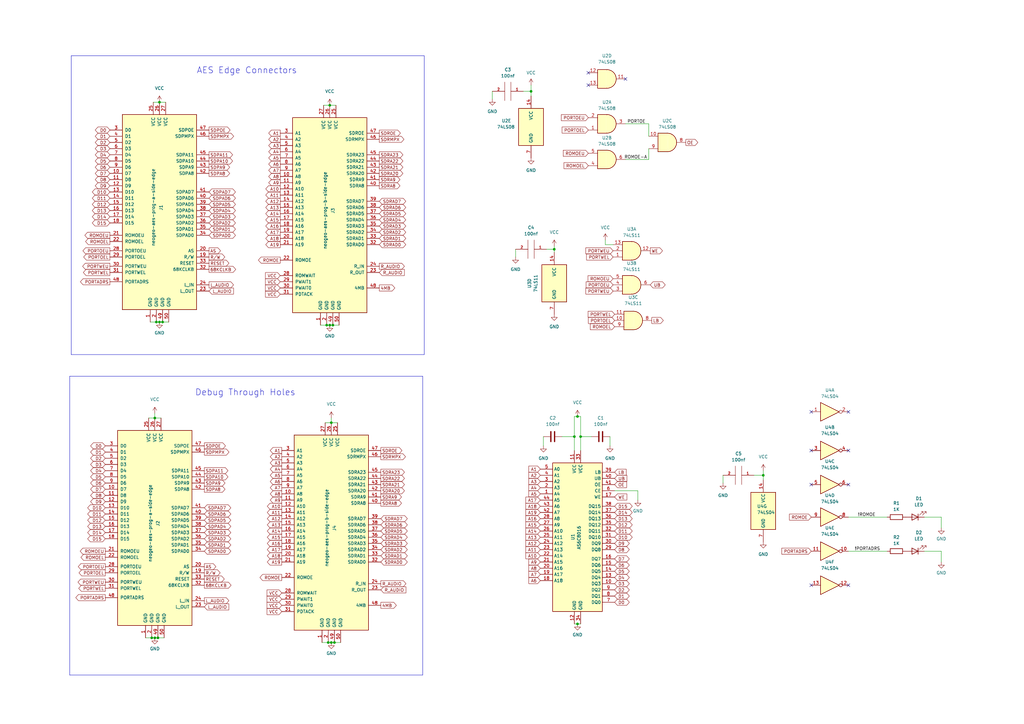
<source format=kicad_sch>
(kicad_sch (version 20211123) (generator eeschema)
  (paper "A3")
  (title_block (title "NeoGeo Diag AES Prog Board") (date "${REV}") (rev "${REV}"))
  (junction (at 136.525 133.35))
  (junction (at 135.255 43.18))
  (junction (at 135.89 173.355))
  (junction (at 135.255 133.35))
  (junction (at 227.33 102.235))
  (junction (at 133.985 133.35))
  (junction (at 236.855 255.905))
  (junction (at 238.125 179.07))
  (junction (at 217.805 37.465))
  (junction (at 63.5 171.45))
  (junction (at 65.405 41.91))
  (junction (at 65.405 132.08))
  (junction (at 134.62 263.525))
  (junction (at 235.585 179.07))
  (junction (at 64.77 261.62))
  (junction (at 63.5 261.62))
  (junction (at 66.675 132.08))
  (junction (at 135.89 263.525))
  (junction (at 64.135 132.08))
  (junction (at 137.16 263.525))
  (junction (at 62.23 261.62))
  (junction (at 236.855 170.815))
  (junction (at 313.055 194.945))
  (no_connect (at 332.74 168.91))
  (no_connect (at 347.98 198.755))
  (no_connect (at 347.98 240.03))
  (no_connect (at 332.74 240.03))
  (no_connect (at 332.74 184.785))
  (no_connect (at 332.74 198.755))
  (no_connect (at 256.54 32.385))
  (no_connect (at 241.3 29.845))
  (no_connect (at 347.98 168.91))
  (no_connect (at 241.3 34.925))
  (no_connect (at 347.98 184.785))
  (wire (pts (xy 62.865 41.91) (xy 65.405 41.91)))
  (wire (pts (xy 137.16 263.525) (xy 139.7 263.525)))
  (wire (pts (xy 238.125 255.905) (xy 236.855 255.905)))
  (polyline (pts (xy 29.21 22.86) (xy 29.21 145.415)) (stroke (width 0) (type solid)))
  (wire (pts (xy 386.08 230.505) (xy 386.08 226.06)))
  (wire (pts (xy 132.715 43.18) (xy 135.255 43.18)))
  (wire (pts (xy 135.255 43.18) (xy 137.795 43.18)))
  (wire (pts (xy 227.33 102.235) (xy 227.33 103.505)))
  (wire (pts (xy 313.055 193.04) (xy 313.055 194.945)))
  (wire (pts (xy 133.35 173.355) (xy 135.89 173.355)))
  (wire (pts (xy 386.08 216.535) (xy 386.08 212.09)))
  (wire (pts (xy 379.095 212.09) (xy 386.08 212.09)))
  (polyline (pts (xy 173.355 276.86) (xy 28.575 276.86)) (stroke (width 0) (type solid)))
  (wire (pts (xy 134.62 263.525) (xy 135.89 263.525)))
  (wire (pts (xy 61.595 132.08) (xy 64.135 132.08)))
  (wire (pts (xy 238.125 179.07) (xy 238.125 184.785)))
  (wire (pts (xy 261.62 201.295) (xy 261.62 205.105)))
  (wire (pts (xy 135.255 133.35) (xy 136.525 133.35)))
  (wire (pts (xy 131.445 133.35) (xy 133.985 133.35)))
  (wire (pts (xy 63.5 261.62) (xy 64.77 261.62)))
  (wire (pts (xy 201.93 37.465) (xy 201.93 40.64)))
  (wire (pts (xy 236.855 170.815) (xy 235.585 170.815)))
  (wire (pts (xy 227.33 100.965) (xy 227.33 102.235)))
  (wire (pts (xy 347.98 226.06) (xy 363.855 226.06)))
  (wire (pts (xy 59.69 261.62) (xy 62.23 261.62)))
  (wire (pts (xy 296.545 194.945) (xy 296.545 198.12)))
  (wire (pts (xy 238.125 179.07) (xy 238.125 170.815)))
  (polyline (pts (xy 173.99 22.86) (xy 173.99 145.415)) (stroke (width 0) (type solid)))
  (wire (pts (xy 256.54 65.405) (xy 266.065 65.405)))
  (wire (pts (xy 63.5 171.45) (xy 66.04 171.45)))
  (wire (pts (xy 250.19 179.07) (xy 250.19 182.88)))
  (polyline (pts (xy 28.575 154.305) (xy 173.355 154.305)) (stroke (width 0) (type solid)))
  (polyline (pts (xy 28.575 154.305) (xy 28.575 276.86)) (stroke (width 0) (type solid)))
  (wire (pts (xy 248.285 100.33) (xy 248.285 98.425)))
  (polyline (pts (xy 173.355 154.305) (xy 173.355 276.86)) (stroke (width 0) (type solid)))
  (wire (pts (xy 133.985 133.35) (xy 135.255 133.35)))
  (wire (pts (xy 222.885 179.07) (xy 222.885 182.88)))
  (wire (pts (xy 251.46 100.33) (xy 248.285 100.33)))
  (wire (pts (xy 211.455 102.235) (xy 211.455 105.41)))
  (wire (pts (xy 132.08 263.525) (xy 134.62 263.525)))
  (wire (pts (xy 235.585 179.07) (xy 230.505 179.07)))
  (wire (pts (xy 379.095 226.06) (xy 386.08 226.06)))
  (wire (pts (xy 238.125 170.815) (xy 236.855 170.815)))
  (wire (pts (xy 347.98 212.09) (xy 363.855 212.09)))
  (wire (pts (xy 236.855 255.905) (xy 235.585 255.905)))
  (wire (pts (xy 266.065 65.405) (xy 266.065 60.96)))
  (wire (pts (xy 136.525 133.35) (xy 139.065 133.35)))
  (polyline (pts (xy 173.99 145.415) (xy 29.21 145.415)) (stroke (width 0) (type solid)))
  (wire (pts (xy 64.77 261.62) (xy 67.31 261.62)))
  (wire (pts (xy 62.23 261.62) (xy 63.5 261.62)))
  (wire (pts (xy 235.585 170.815) (xy 235.585 179.07)))
  (wire (pts (xy 217.805 37.465) (xy 214.63 37.465)))
  (wire (pts (xy 217.805 37.465) (xy 217.805 39.37)))
  (wire (pts (xy 242.57 179.07) (xy 238.125 179.07)))
  (wire (pts (xy 313.055 194.945) (xy 313.055 196.85)))
  (wire (pts (xy 135.89 173.355) (xy 138.43 173.355)))
  (wire (pts (xy 266.065 50.8) (xy 266.065 55.88)))
  (wire (pts (xy 135.89 263.525) (xy 137.16 263.525)))
  (wire (pts (xy 135.89 171.45) (xy 135.89 173.355)))
  (wire (pts (xy 66.675 132.08) (xy 69.215 132.08)))
  (wire (pts (xy 64.135 132.08) (xy 65.405 132.08)))
  (wire (pts (xy 235.585 184.785) (xy 235.585 179.07)))
  (polyline (pts (xy 29.21 22.86) (xy 173.99 22.86)) (stroke (width 0) (type solid)))
  (wire (pts (xy 217.805 34.925) (xy 217.805 37.465)))
  (wire (pts (xy 60.96 171.45) (xy 63.5 171.45)))
  (wire (pts (xy 65.405 132.08) (xy 66.675 132.08)))
  (wire (pts (xy 63.5 169.545) (xy 63.5 171.45)))
  (wire (pts (xy 256.54 50.8) (xy 266.065 50.8)))
  (wire (pts (xy 227.33 102.235) (xy 224.155 102.235)))
  (wire (pts (xy 252.095 201.295) (xy 261.62 201.295)))
  (wire (pts (xy 309.245 194.945) (xy 313.055 194.945)))
  (wire (pts (xy 65.405 41.91) (xy 67.945 41.91)))
  (text "Debug Through Holes" (at 80.01 162.56 0) (effects (font (size 2.54 2.54)) (justify left bottom)))
  (text "AES Edge Connectors" (at 80.645 30.48 0) (effects (font (size 2.54 2.54)) (justify left bottom)))
  (label "ROMOE-A" (at 265.43 65.405 180))
  (label "!ROMOE" (at 351.79 212.09 0))
  (label "!PORTADRS" (at 350.52 226.06 0))
  (label "PORTOE" (at 264.795 50.8 180))
  (global_label "D13" (shape bidirectional) (at 45.085 86.36 180) (property "Intersheet References" "${INTERSHEET_REFS}" (effects hide)))
  (global_label "VCC" (shape input) (at 115.57 248.285 180) (property "Intersheet References" "${INTERSHEET_REFS}" (effects hide)))
  (global_label "AS" (shape output) (at 83.82 232.41 0) (property "Intersheet References" "${INTERSHEET_REFS}" (effects hide)))
  (global_label "SDRAD7" (shape bidirectional) (at 156.21 212.725 0) (property "Intersheet References" "${INTERSHEET_REFS}" (effects hide)))
  (global_label "D4" (shape bidirectional) (at 43.18 193.04 180) (property "Intersheet References" "${INTERSHEET_REFS}" (effects hide)))
  (global_label "SDRA8" (shape output) (at 156.21 206.375 0) (property "Intersheet References" "${INTERSHEET_REFS}" (effects hide)))
  (global_label "PORTADRS" (shape output) (at 45.085 115.57 180) (property "Intersheet References" "${INTERSHEET_REFS}" (effects hide)))
  (global_label "WE" (shape input) (at 252.095 203.835 0) (property "Intersheet References" "${INTERSHEET_REFS}" (effects hide)))
  (global_label "A15" (shape output) (at 114.935 90.17 180) (property "Intersheet References" "${INTERSHEET_REFS}" (effects hide)))
  (global_label "SDPAD7" (shape bidirectional) (at 85.725 78.74 0) (property "Intersheet References" "${INTERSHEET_REFS}" (effects hide)))
  (global_label "SDRAD4" (shape bidirectional) (at 155.575 90.17 0) (property "Intersheet References" "${INTERSHEET_REFS}" (effects hide)))
  (global_label "SDPAD3" (shape bidirectional) (at 83.82 218.44 0) (property "Intersheet References" "${INTERSHEET_REFS}" (effects hide)))
  (global_label "L_AUDIO" (shape output) (at 85.725 116.84 0) (property "Intersheet References" "${INTERSHEET_REFS}" (effects hide)))
  (global_label "PORTWEU" (shape output) (at 43.18 238.76 180) (property "Intersheet References" "${INTERSHEET_REFS}" (effects hide)))
  (global_label "A3" (shape output) (at 115.57 189.865 180) (property "Intersheet References" "${INTERSHEET_REFS}" (effects hide)))
  (global_label "A5" (shape output) (at 115.57 194.945 180) (property "Intersheet References" "${INTERSHEET_REFS}" (effects hide)))
  (global_label "SDRMPX" (shape output) (at 156.21 187.325 0) (property "Intersheet References" "${INTERSHEET_REFS}" (effects hide)))
  (global_label "SDRA9" (shape output) (at 156.21 203.835 0) (property "Intersheet References" "${INTERSHEET_REFS}" (effects hide)))
  (global_label "D5" (shape bidirectional) (at 43.18 195.58 180) (property "Intersheet References" "${INTERSHEET_REFS}" (effects hide)))
  (global_label "A7" (shape output) (at 115.57 200.025 180) (property "Intersheet References" "${INTERSHEET_REFS}" (effects hide)))
  (global_label "A16" (shape output) (at 115.57 222.885 180) (property "Intersheet References" "${INTERSHEET_REFS}" (effects hide)))
  (global_label "PORTADRS" (shape output) (at 43.18 245.11 180) (property "Intersheet References" "${INTERSHEET_REFS}" (effects hide)))
  (global_label "ROMOE" (shape output) (at 115.57 236.855 180) (property "Intersheet References" "${INTERSHEET_REFS}" (effects hide)))
  (global_label "ROMOEU" (shape input) (at 241.3 62.865 180) (property "Intersheet References" "${INTERSHEET_REFS}" (effects hide)))
  (global_label "D3" (shape bidirectional) (at 45.085 60.96 180) (property "Intersheet References" "${INTERSHEET_REFS}" (effects hide)))
  (global_label "R_AUDIO" (shape input) (at 155.575 111.76 0) (property "Intersheet References" "${INTERSHEET_REFS}" (effects hide)))
  (global_label "D14" (shape bidirectional) (at 252.095 210.185 0) (property "Intersheet References" "${INTERSHEET_REFS}" (effects hide)))
  (global_label "SDPA11" (shape output) (at 83.82 193.04 0) (property "Intersheet References" "${INTERSHEET_REFS}" (effects hide)))
  (global_label "SDPOE" (shape output) (at 83.82 182.88 0) (property "Intersheet References" "${INTERSHEET_REFS}" (effects hide)))
  (global_label "VCC" (shape input) (at 114.935 113.03 180) (property "Intersheet References" "${INTERSHEET_REFS}" (effects hide)))
  (global_label "L_AUDIO" (shape input) (at 85.725 119.38 0) (property "Intersheet References" "${INTERSHEET_REFS}" (effects hide)))
  (global_label "RESET" (shape output) (at 83.82 237.49 0) (property "Intersheet References" "${INTERSHEET_REFS}" (effects hide)))
  (global_label "D6" (shape bidirectional) (at 252.095 231.775 0) (property "Intersheet References" "${INTERSHEET_REFS}" (effects hide)))
  (global_label "SDPA8" (shape output) (at 85.725 71.12 0) (property "Intersheet References" "${INTERSHEET_REFS}" (effects hide)))
  (global_label "PORTOEU" (shape output) (at 43.18 232.41 180) (property "Intersheet References" "${INTERSHEET_REFS}" (effects hide)))
  (global_label "A17" (shape input) (at 221.615 205.105 180) (property "Intersheet References" "${INTERSHEET_REFS}" (effects hide)))
  (global_label "D7" (shape bidirectional) (at 45.085 71.12 180) (property "Intersheet References" "${INTERSHEET_REFS}" (effects hide)))
  (global_label "SDRAD6" (shape bidirectional) (at 156.21 215.265 0) (property "Intersheet References" "${INTERSHEET_REFS}" (effects hide)))
  (global_label "A2" (shape output) (at 115.57 187.325 180) (property "Intersheet References" "${INTERSHEET_REFS}" (effects hide)))
  (global_label "SDPAD6" (shape bidirectional) (at 83.82 210.82 0) (property "Intersheet References" "${INTERSHEET_REFS}" (effects hide)))
  (global_label "A12" (shape input) (at 221.615 222.885 180) (property "Intersheet References" "${INTERSHEET_REFS}" (effects hide)))
  (global_label "A6" (shape input) (at 221.615 238.125 180) (property "Intersheet References" "${INTERSHEET_REFS}" (effects hide)))
  (global_label "A19" (shape output) (at 115.57 230.505 180) (property "Intersheet References" "${INTERSHEET_REFS}" (effects hide)))
  (global_label "ROMOEL" (shape output) (at 45.085 99.06 180) (property "Intersheet References" "${INTERSHEET_REFS}" (effects hide)))
  (global_label "4MB" (shape output) (at 155.575 118.11 0) (property "Intersheet References" "${INTERSHEET_REFS}" (effects hide)))
  (global_label "A14" (shape input) (at 221.615 217.805 180) (property "Intersheet References" "${INTERSHEET_REFS}" (effects hide)))
  (global_label "WE" (shape output) (at 266.7 102.87 0) (property "Intersheet References" "${INTERSHEET_REFS}" (effects hide)))
  (global_label "A12" (shape output) (at 115.57 212.725 180) (property "Intersheet References" "${INTERSHEET_REFS}" (effects hide)))
  (global_label "A16" (shape input) (at 221.615 212.725 180) (property "Intersheet References" "${INTERSHEET_REFS}" (effects hide)))
  (global_label "SDRAD4" (shape bidirectional) (at 156.21 220.345 0) (property "Intersheet References" "${INTERSHEET_REFS}" (effects hide)))
  (global_label "A14" (shape output) (at 114.935 87.63 180) (property "Intersheet References" "${INTERSHEET_REFS}" (effects hide)))
  (global_label "D1" (shape bidirectional) (at 43.18 185.42 180) (property "Intersheet References" "${INTERSHEET_REFS}" (effects hide)))
  (global_label "A8" (shape output) (at 114.935 72.39 180) (property "Intersheet References" "${INTERSHEET_REFS}" (effects hide)))
  (global_label "D3" (shape bidirectional) (at 43.18 190.5 180) (property "Intersheet References" "${INTERSHEET_REFS}" (effects hide)))
  (global_label "SDPA11" (shape output) (at 85.725 63.5 0) (property "Intersheet References" "${INTERSHEET_REFS}" (effects hide)))
  (global_label "SDRA22" (shape output) (at 155.575 66.04 0) (property "Intersheet References" "${INTERSHEET_REFS}" (effects hide)))
  (global_label "A10" (shape input) (at 221.615 227.965 180) (property "Intersheet References" "${INTERSHEET_REFS}" (effects hide)))
  (global_label "SDPMPX" (shape output) (at 83.82 185.42 0) (property "Intersheet References" "${INTERSHEET_REFS}" (effects hide)))
  (global_label "SDPA10" (shape output) (at 85.725 66.04 0) (property "Intersheet References" "${INTERSHEET_REFS}" (effects hide)))
  (global_label "SDRAD2" (shape bidirectional) (at 156.21 225.425 0) (property "Intersheet References" "${INTERSHEET_REFS}" (effects hide)))
  (global_label "A15" (shape output) (at 115.57 220.345 180) (property "Intersheet References" "${INTERSHEET_REFS}" (effects hide)))
  (global_label "SDPA10" (shape output) (at 83.82 195.58 0) (property "Intersheet References" "${INTERSHEET_REFS}" (effects hide)))
  (global_label "SDPAD7" (shape bidirectional) (at 83.82 208.28 0) (property "Intersheet References" "${INTERSHEET_REFS}" (effects hide)))
  (global_label "SDRA23" (shape output) (at 155.575 63.5 0) (property "Intersheet References" "${INTERSHEET_REFS}" (effects hide)))
  (global_label "SDRA22" (shape output) (at 156.21 196.215 0) (property "Intersheet References" "${INTERSHEET_REFS}" (effects hide)))
  (global_label "D10" (shape bidirectional) (at 45.085 78.74 180) (property "Intersheet References" "${INTERSHEET_REFS}" (effects hide)))
  (global_label "D1" (shape bidirectional) (at 45.085 55.88 180) (property "Intersheet References" "${INTERSHEET_REFS}" (effects hide)))
  (global_label "OE" (shape output) (at 281.305 58.42 0) (property "Intersheet References" "${INTERSHEET_REFS}" (effects hide)))
  (global_label "68KCLKB" (shape output) (at 83.82 240.03 0) (property "Intersheet References" "${INTERSHEET_REFS}" (effects hide)))
  (global_label "VCC" (shape input) (at 115.57 243.205 180) (property "Intersheet References" "${INTERSHEET_REFS}" (effects hide)))
  (global_label "SDRMPX" (shape output) (at 155.575 57.15 0) (property "Intersheet References" "${INTERSHEET_REFS}" (effects hide)))
  (global_label "SDRAD6" (shape bidirectional) (at 155.575 85.09 0) (property "Intersheet References" "${INTERSHEET_REFS}" (effects hide)))
  (global_label "A13" (shape output) (at 115.57 215.265 180) (property "Intersheet References" "${INTERSHEET_REFS}" (effects hide)))
  (global_label "A9" (shape input) (at 221.615 230.505 180) (property "Intersheet References" "${INTERSHEET_REFS}" (effects hide)))
  (global_label "PORTWEL" (shape output) (at 43.18 241.3 180) (property "Intersheet References" "${INTERSHEET_REFS}" (effects hide)))
  (global_label "ROMOEL" (shape input) (at 252.095 133.985 180) (property "Intersheet References" "${INTERSHEET_REFS}" (effects hide)))
  (global_label "ROMOEL" (shape input) (at 241.3 67.945 180) (property "Intersheet References" "${INTERSHEET_REFS}" (effects hide)))
  (global_label "A19" (shape input) (at 221.615 210.185 180) (property "Intersheet References" "${INTERSHEET_REFS}" (effects hide)))
  (global_label "D2" (shape bidirectional) (at 43.18 187.96 180) (property "Intersheet References" "${INTERSHEET_REFS}" (effects hide)))
  (global_label "A4" (shape output) (at 114.935 62.23 180) (property "Intersheet References" "${INTERSHEET_REFS}" (effects hide)))
  (global_label "OE" (shape input) (at 252.095 198.755 0) (property "Intersheet References" "${INTERSHEET_REFS}" (effects hide)))
  (global_label "A15" (shape input) (at 221.615 215.265 180) (property "Intersheet References" "${INTERSHEET_REFS}" (effects hide)))
  (global_label "A10" (shape output) (at 114.935 77.47 180) (property "Intersheet References" "${INTERSHEET_REFS}" (effects hide)))
  (global_label "SDRA21" (shape output) (at 156.21 198.755 0) (property "Intersheet References" "${INTERSHEET_REFS}" (effects hide)))
  (global_label "PORTWEU" (shape input) (at 251.46 102.87 180) (property "Intersheet References" "${INTERSHEET_REFS}" (effects hide)))
  (global_label "L_AUDIO" (shape output) (at 83.82 246.38 0) (property "Intersheet References" "${INTERSHEET_REFS}" (effects hide)))
  (global_label "UB" (shape input) (at 252.095 196.215 0) (property "Intersheet References" "${INTERSHEET_REFS}" (effects hide)))
  (global_label "A11" (shape output) (at 115.57 210.185 180) (property "Intersheet References" "${INTERSHEET_REFS}" (effects hide)))
  (global_label "LB" (shape input) (at 252.095 193.675 0) (property "Intersheet References" "${INTERSHEET_REFS}" (effects hide)))
  (global_label "A16" (shape output) (at 114.935 92.71 180) (property "Intersheet References" "${INTERSHEET_REFS}" (effects hide)))
  (global_label "ROMOEU" (shape input) (at 251.46 114.3 180) (property "Intersheet References" "${INTERSHEET_REFS}" (effects hide)))
  (global_label "SDPAD0" (shape bidirectional) (at 85.725 96.52 0) (property "Intersheet References" "${INTERSHEET_REFS}" (effects hide)))
  (global_label "D8" (shape bidirectional) (at 252.095 225.425 0) (property "Intersheet References" "${INTERSHEET_REFS}" (effects hide)))
  (global_label "A2" (shape output) (at 114.935 57.15 180) (property "Intersheet References" "${INTERSHEET_REFS}" (effects hide)))
  (global_label "D7" (shape bidirectional) (at 43.18 200.66 180) (property "Intersheet References" "${INTERSHEET_REFS}" (effects hide)))
  (global_label "D5" (shape bidirectional) (at 252.095 234.315 0) (property "Intersheet References" "${INTERSHEET_REFS}" (effects hide)))
  (global_label "D1" (shape bidirectional) (at 252.095 244.475 0) (property "Intersheet References" "${INTERSHEET_REFS}" (effects hide)))
  (global_label "SDRAD3" (shape bidirectional) (at 155.575 92.71 0) (property "Intersheet References" "${INTERSHEET_REFS}" (effects hide)))
  (global_label "SDRAD5" (shape bidirectional) (at 156.21 217.805 0) (property "Intersheet References" "${INTERSHEET_REFS}" (effects hide)))
  (global_label "SDPAD2" (shape bidirectional) (at 85.725 91.44 0) (property "Intersheet References" "${INTERSHEET_REFS}" (effects hide)))
  (global_label "SDRAD7" (shape bidirectional) (at 155.575 82.55 0) (property "Intersheet References" "${INTERSHEET_REFS}" (effects hide)))
  (global_label "R{slash}W" (shape output) (at 85.725 105.41 0) (property "Intersheet References" "${INTERSHEET_REFS}" (effects hide)))
  (global_label "A10" (shape output) (at 115.57 207.645 180) (property "Intersheet References" "${INTERSHEET_REFS}" (effects hide)))
  (global_label "SDRAD2" (shape bidirectional) (at 155.575 95.25 0) (property "Intersheet References" "${INTERSHEET_REFS}" (effects hide)))
  (global_label "PORTOEL" (shape input) (at 241.3 53.34 180) (property "Intersheet References" "${INTERSHEET_REFS}" (effects hide)))
  (global_label "A1" (shape output) (at 115.57 184.785 180) (property "Intersheet References" "${INTERSHEET_REFS}" (effects hide)))
  (global_label "D3" (shape bidirectional) (at 252.095 239.395 0) (property "Intersheet References" "${INTERSHEET_REFS}" (effects hide)))
  (global_label "A3" (shape output) (at 114.935 59.69 180) (property "Intersheet References" "${INTERSHEET_REFS}" (effects hide)))
  (global_label "A4" (shape output) (at 115.57 192.405 180) (property "Intersheet References" "${INTERSHEET_REFS}" (effects hide)))
  (global_label "SDPMPX" (shape output) (at 85.725 55.88 0) (property "Intersheet References" "${INTERSHEET_REFS}" (effects hide)))
  (global_label "SDPAD4" (shape bidirectional) (at 85.725 86.36 0) (property "Intersheet References" "${INTERSHEET_REFS}" (effects hide)))
  (global_label "R_AUDIO" (shape output) (at 155.575 109.22 0) (property "Intersheet References" "${INTERSHEET_REFS}" (effects hide)))
  (global_label "A2" (shape input) (at 221.615 194.945 180) (property "Intersheet References" "${INTERSHEET_REFS}" (effects hide)))
  (global_label "A5" (shape output) (at 114.935 64.77 180) (property "Intersheet References" "${INTERSHEET_REFS}" (effects hide)))
  (global_label "VCC" (shape input) (at 114.935 115.57 180) (property "Intersheet References" "${INTERSHEET_REFS}" (effects hide)))
  (global_label "A12" (shape output) (at 114.935 82.55 180) (property "Intersheet References" "${INTERSHEET_REFS}" (effects hide)))
  (global_label "SDPOE" (shape output) (at 85.725 53.34 0) (property "Intersheet References" "${INTERSHEET_REFS}" (effects hide)))
  (global_label "D15" (shape bidirectional) (at 45.085 91.44 180) (property "Intersheet References" "${INTERSHEET_REFS}" (effects hide)))
  (global_label "PORTOEU" (shape input) (at 241.3 48.26 180) (property "Intersheet References" "${INTERSHEET_REFS}" (effects hide)))
  (global_label "ROMOEU" (shape output) (at 45.085 96.52 180) (property "Intersheet References" "${INTERSHEET_REFS}" (effects hide)))
  (global_label "D14" (shape bidirectional) (at 45.085 88.9 180) (property "Intersheet References" "${INTERSHEET_REFS}" (effects hide)))
  (global_label "A6" (shape output) (at 115.57 197.485 180) (property "Intersheet References" "${INTERSHEET_REFS}" (effects hide)))
  (global_label "SDRAD1" (shape bidirectional) (at 156.21 227.965 0) (property "Intersheet References" "${INTERSHEET_REFS}" (effects hide)))
  (global_label "SDPAD3" (shape bidirectional) (at 85.725 88.9 0) (property "Intersheet References" "${INTERSHEET_REFS}" (effects hide)))
  (global_label "D9" (shape bidirectional) (at 252.095 222.885 0) (property "Intersheet References" "${INTERSHEET_REFS}" (effects hide)))
  (global_label "A1" (shape input) (at 221.615 192.405 180) (property "Intersheet References" "${INTERSHEET_REFS}" (effects hide)))
  (global_label "SDRAD1" (shape bidirectional) (at 155.575 97.79 0) (property "Intersheet References" "${INTERSHEET_REFS}" (effects hide)))
  (global_label "D10" (shape bidirectional) (at 252.095 220.345 0) (property "Intersheet References" "${INTERSHEET_REFS}" (effects hide)))
  (global_label "SDPAD6" (shape bidirectional) (at 85.725 81.28 0) (property "Intersheet References" "${INTERSHEET_REFS}" (effects hide)))
  (global_label "D13" (shape bidirectional) (at 43.18 215.9 180) (property "Intersheet References" "${INTERSHEET_REFS}" (effects hide)))
  (global_label "D11" (shape bidirectional) (at 252.095 217.805 0) (property "Intersheet References" "${INTERSHEET_REFS}" (effects hide)))
  (global_label "PORTOEL" (shape output) (at 45.085 105.41 180) (property "Intersheet References" "${INTERSHEET_REFS}" (effects hide)))
  (global_label "PORTOEU" (shape input) (at 251.46 116.84 180) (property "Intersheet References" "${INTERSHEET_REFS}" (effects hide)))
  (global_label "R_AUDIO" (shape output) (at 156.21 239.395 0) (property "Intersheet References" "${INTERSHEET_REFS}" (effects hide)))
  (global_label "SDPAD1" (shape bidirectional) (at 85.725 93.98 0) (property "Intersheet References" "${INTERSHEET_REFS}" (effects hide)))
  (global_label "D4" (shape bidirectional) (at 45.085 63.5 180) (property "Intersheet References" "${INTERSHEET_REFS}" (effects hide)))
  (global_label "A9" (shape output) (at 114.935 74.93 180) (property "Intersheet References" "${INTERSHEET_REFS}" (effects hide)))
  (global_label "D12" (shape bidirectional) (at 43.18 213.36 180) (property "Intersheet References" "${INTERSHEET_REFS}" (effects hide)))
  (global_label "D10" (shape bidirectional) (at 43.18 208.28 180) (property "Intersheet References" "${INTERSHEET_REFS}" (effects hide)))
  (global_label "D7" (shape bidirectional) (at 252.095 229.235 0) (property "Intersheet References" "${INTERSHEET_REFS}" (effects hide)))
  (global_label "D2" (shape bidirectional) (at 45.085 58.42 180) (property "Intersheet References" "${INTERSHEET_REFS}" (effects hide)))
  (global_label "A18" (shape output) (at 114.935 97.79 180) (property "Intersheet References" "${INTERSHEET_REFS}" (effects hide)))
  (global_label "SDPA9" (shape output) (at 85.725 68.58 0) (property "Intersheet References" "${INTERSHEET_REFS}" (effects hide)))
  (global_label "A5" (shape input) (at 221.615 202.565 180) (property "Intersheet References" "${INTERSHEET_REFS}" (effects hide)))
  (global_label "D8" (shape bidirectional) (at 43.18 203.2 180) (property "Intersheet References" "${INTERSHEET_REFS}" (effects hide)))
  (global_label "A7" (shape output) (at 114.935 69.85 180) (property "Intersheet References" "${INTERSHEET_REFS}" (effects hide)))
  (global_label "A13" (shape output) (at 114.935 85.09 180) (property "Intersheet References" "${INTERSHEET_REFS}" (effects hide)))
  (global_label "SDRA20" (shape output) (at 156.21 201.295 0) (property "Intersheet References" "${INTERSHEET_REFS}" (effects hide)))
  (global_label "SDRA8" (shape output) (at 155.575 76.2 0) (property "Intersheet References" "${INTERSHEET_REFS}" (effects hide)))
  (global_label "ROMOE" (shape input) (at 332.74 212.09 180) (property "Intersheet References" "${INTERSHEET_REFS}" (effects hide)))
  (global_label "ROMOE" (shape output) (at 114.935 106.68 180) (property "Intersheet References" "${INTERSHEET_REFS}" (effects hide)))
  (global_label "SDRAD0" (shape bidirectional) (at 155.575 100.33 0) (property "Intersheet References" "${INTERSHEET_REFS}" (effects hide)))
  (global_label "D12" (shape bidirectional) (at 252.095 215.265 0) (property "Intersheet References" "${INTERSHEET_REFS}" (effects hide)))
  (global_label "68KCLKB" (shape output) (at 85.725 110.49 0) (property "Intersheet References" "${INTERSHEET_REFS}" (effects hide)))
  (global_label "4MB" (shape output) (at 156.21 248.285 0) (property "Intersheet References" "${INTERSHEET_REFS}" (effects hide)))
  (global_label "D13" (shape bidirectional) (at 252.095 212.725 0) (property "Intersheet References" "${INTERSHEET_REFS}" (effects hide)))
  (global_label "D6" (shape bidirectional) (at 45.085 68.58 180) (property "Intersheet References" "${INTERSHEET_REFS}" (effects hide)))
  (global_label "PORTWEL" (shape output) (at 45.085 111.76 180) (property "Intersheet References" "${INTERSHEET_REFS}" (effects hide)))
  (global_label "A11" (shape input) (at 221.615 225.425 180) (property "Intersheet References" "${INTERSHEET_REFS}" (effects hide)))
  (global_label "ROMOEL" (shape output) (at 43.18 228.6 180) (property "Intersheet References" "${INTERSHEET_REFS}" (effects hide)))
  (global_label "SDPA8" (shape output) (at 83.82 200.66 0) (property "Intersheet References" "${INTERSHEET_REFS}" (effects hide)))
  (global_label "A19" (shape output) (at 114.935 100.33 180) (property "Intersheet References" "${INTERSHEET_REFS}" (effects hide)))
  (global_label "A7" (shape input) (at 221.615 235.585 180) (property "Intersheet References" "${INTERSHEET_REFS}" (effects hide)))
  (global_label "A6" (shape output) (at 114.935 67.31 180) (property "Intersheet References" "${INTERSHEET_REFS}" (effects hide)))
  (global_label "D15" (shape bidirectional) (at 43.18 220.98 180) (property "Intersheet References" "${INTERSHEET_REFS}" (effects hide)))
  (global_label "RESET" (shape output) (at 85.725 107.95 0) (property "Intersheet References" "${INTERSHEET_REFS}" (effects hide)))
  (global_label "SDRAD3" (shape bidirectional) (at 156.21 222.885 0) (property "Intersheet References" "${INTERSHEET_REFS}" (effects hide)))
  (global_label "A9" (shape output) (at 115.57 205.105 180) (property "Intersheet References" "${INTERSHEET_REFS}" (effects hide)))
  (global_label "SDRA9" (shape output) (at 155.575 73.66 0) (property "Intersheet References" "${INTERSHEET_REFS}" (effects hide)))
  (global_label "D0" (shape bidirectional) (at 252.095 247.015 0) (property "Intersheet References" "${INTERSHEET_REFS}" (effects hide)))
  (global_label "A17" (shape output) (at 115.57 225.425 180) (property "Intersheet References" "${INTERSHEET_REFS}" (effects hide)))
  (global_label "PORTWEU" (shape input) (at 251.46 119.38 180) (property "Intersheet References" "${INTERSHEET_REFS}" (effects hide)))
  (global_label "D6" (shape bidirectional) (at 43.18 198.12 180) (property "Intersheet References" "${INTERSHEET_REFS}" (effects hide)))
  (global_label "A8" (shape input) (at 221.615 233.045 180) (property "Intersheet References" "${INTERSHEET_REFS}" (effects hide)))
  (global_label "D5" (shape bidirectional) (at 45.085 66.04 180) (property "Intersheet References" "${INTERSHEET_REFS}" (effects hide)))
  (global_label "SDRA20" (shape output) (at 155.575 71.12 0) (property "Intersheet References" "${INTERSHEET_REFS}" (effects hide)))
  (global_label "A11" (shape output) (at 114.935 80.01 180) (property "Intersheet References" "${INTERSHEET_REFS}" (effects hide)))
  (global_label "SDPAD4" (shape bidirectional) (at 83.82 215.9 0) (property "Intersheet References" "${INTERSHEET_REFS}" (effects hide)))
  (global_label "A4" (shape input) (at 221.615 200.025 180) (property "Intersheet References" "${INTERSHEET_REFS}" (effects hide)))
  (global_label "SDPAD0" (shape bidirectional) (at 83.82 226.06 0) (property "Intersheet References" "${INTERSHEET_REFS}" (effects hide)))
  (global_label "SDPAD1" (shape bidirectional) (at 83.82 223.52 0) (property "Intersheet References" "${INTERSHEET_REFS}" (effects hide)))
  (global_label "UB" (shape bidirectional) (at 266.7 116.84 0) (property "Intersheet References" "${INTERSHEET_REFS}" (effects hide)))
  (global_label "LB" (shape output) (at 267.335 131.445 0) (property "Intersheet References" "${INTERSHEET_REFS}" (effects hide)))
  (global_label "A13" (shape input) (at 221.615 220.345 180) (property "Intersheet References" "${INTERSHEET_REFS}" (effects hide)))
  (global_label "PORTWEU" (shape output) (at 45.085 109.22 180) (property "Intersheet References" "${INTERSHEET_REFS}" (effects hide)))
  (global_label "A1" (shape output) (at 114.935 54.61 180) (property "Intersheet References" "${INTERSHEET_REFS}" (effects hide)))
  (global_label "D12" (shape bidirectional) (at 45.085 83.82 180) (property "Intersheet References" "${INTERSHEET_REFS}" (effects hide)))
  (global_label "PORTWEL" (shape input) (at 251.46 105.41 180) (property "Intersheet References" "${INTERSHEET_REFS}" (effects hide)))
  (global_label "PORTOEL" (shape input) (at 252.095 131.445 180) (property "Intersheet References" "${INTERSHEET_REFS}" (effects hide)))
  (global_label "D11" (shape bidirectional) (at 43.18 210.82 180) (property "Intersheet References" "${INTERSHEET_REFS}" (effects hide)))
  (global_label "A3" (shape input) (at 221.615 197.485 180) (property "Intersheet References" "${INTERSHEET_REFS}" (effects hide)))
  (global_label "A17" (shape output) (at 114.935 95.25 180) (property "Intersheet References" "${INTERSHEET_REFS}" (effects hide)))
  (global_label "D0" (shape bidirectional) (at 45.085 53.34 180) (property "Intersheet References" "${INTERSHEET_REFS}" (effects hide)))
  (global_label "D15" (shape bidirectional) (at 252.095 207.645 0) (property "Intersheet References" "${INTERSHEET_REFS}" (effects hide)))
  (global_label "AS" (shape output) (at 85.725 102.87 0) (property "Intersheet References" "${INTERSHEET_REFS}" (effects hide)))
  (global_label "SDROE" (shape output) (at 156.21 184.785 0) (property "Intersheet References" "${INTERSHEET_REFS}" (effects hide)))
  (global_label "A14" (shape output) (at 115.57 217.805 180) (property "Intersheet References" "${INTERSHEET_REFS}" (effects hide)))
  (global_label "PORTWEL" (shape input) (at 252.095 128.905 180) (property "Intersheet References" "${INTERSHEET_REFS}" (effects hide)))
  (global_label "PORTOEU" (shape output) (at 45.085 102.87 180) (property "Intersheet References" "${INTERSHEET_REFS}" (effects hide)))
  (global_label "VCC" (shape input) (at 114.935 118.11 180) (property "Intersheet References" "${INTERSHEET_REFS}" (effects hide)))
  (global_label "R_AUDIO" (shape input) (at 156.21 241.935 0) (property "Intersheet References" "${INTERSHEET_REFS}" (effects hide)))
  (global_label "VCC" (shape input) (at 114.935 120.65 180) (property "Intersheet References" "${INTERSHEET_REFS}" (effects hide)))
  (global_label "VCC" (shape input) (at 115.57 250.825 180) (property "Intersheet References" "${INTERSHEET_REFS}" (effects hide)))
  (global_label "SDPAD2" (shape bidirectional) (at 83.82 220.98 0) (property "Intersheet References" "${INTERSHEET_REFS}" (effects hide)))
  (global_label "A18" (shape output) (at 115.57 227.965 180) (property "Intersheet References" "${INTERSHEET_REFS}" (effects hide)))
  (global_label "A8" (shape output) (at 115.57 202.565 180) (property "Intersheet References" "${INTERSHEET_REFS}" (effects hide)))
  (global_label "D2" (shape bidirectional) (at 252.095 241.935 0) (property "Intersheet References" "${INTERSHEET_REFS}" (effects hide)))
  (global_label "SDPA9" (shape output) (at 83.82 198.12 0) (property "Intersheet References" "${INTERSHEET_REFS}" (effects hide)))
  (global_label "D11" (shape bidirectional) (at 45.085 81.28 180) (property "Intersheet References" "${INTERSHEET_REFS}" (effects hide)))
  (global_label "D14" (shape bidirectional) (at 43.18 218.44 180) (property "Intersheet References" "${INTERSHEET_REFS}" (effects hide)))
  (global_label "SDPAD5" (shape bidirectional) (at 83.82 213.36 0) (property "Intersheet References" "${INTERSHEET_REFS}" (effects hide)))
  (global_label "VCC" (shape input) (at 115.57 245.745 180) (property "Intersheet References" "${INTERSHEET_REFS}" (effects hide)))
  (global_label "SDRA23" (shape output) (at 156.21 193.675 0) (property "Intersheet References" "${INTERSHEET_REFS}" (effects hide)))
  (global_label "SDRA21" (shape output) (at 155.575 68.58 0) (property "Intersheet References" "${INTERSHEET_REFS}" (effects hide)))
  (global_label "D0" (shape bidirectional) (at 43.18 182.88 180) (property "Intersheet References" "${INTERSHEET_REFS}" (effects hide)))
  (global_label "D9" (shape bidirectional) (at 45.085 76.2 180) (property "Intersheet References" "${INTERSHEET_REFS}" (effects hide)))
  (global_label "ROMOEU" (shape output) (at 43.18 226.06 180) (property "Intersheet References" "${INTERSHEET_REFS}" (effects hide)))
  (global_label "L_AUDIO" (shape input) (at 83.82 248.92 0) (property "Intersheet References" "${INTERSHEET_REFS}" (effects hide)))
  (global_label "D4" (shape bidirectional) (at 252.095 236.855 0) (property "Intersheet References" "${INTERSHEET_REFS}" (effects hide)))
  (global_label "SDRAD5" (shape bidirectional) (at 155.575 87.63 0) (property "Intersheet References" "${INTERSHEET_REFS}" (effects hide)))
  (global_label "R{slash}W" (shape output) (at 83.82 234.95 0) (property "Intersheet References" "${INTERSHEET_REFS}" (effects hide)))
  (global_label "D8" (shape bidirectional) (at 45.085 73.66 180) (property "Intersheet References" "${INTERSHEET_REFS}" (effects hide)))
  (global_label "SDROE" (shape output) (at 155.575 54.61 0) (property "Intersheet References" "${INTERSHEET_REFS}" (effects hide)))
  (global_label "SDRAD0" (shape bidirectional) (at 156.21 230.505 0) (property "Intersheet References" "${INTERSHEET_REFS}" (effects hide)))
  (global_label "D9" (shape bidirectional) (at 43.18 205.74 180) (property "Intersheet References" "${INTERSHEET_REFS}" (effects hide)))
  (global_label "PORTADRS" (shape input) (at 332.74 226.06 180) (property "Intersheet References" "${INTERSHEET_REFS}" (effects hide)))
  (global_label "PORTOEL" (shape output) (at 43.18 234.95 180) (property "Intersheet References" "${INTERSHEET_REFS}" (effects hide)))
  (global_label "SDPAD5" (shape bidirectional) (at 85.725 83.82 0) (property "Intersheet References" "${INTERSHEET_REFS}" (effects hide)))
  (global_label "A18" (shape input) (at 221.615 207.645 180) (property "Intersheet References" "${INTERSHEET_REFS}" (effects hide)))
  (symbol (lib_id "power:VCC") (at 227.33 100.965 0) (mirror y) (unit 1)
    (property "Reference" "#PWR05" (effects hide))
    (property "Value" "VCC" (at 227.33 95.25 0))
  )
  (symbol (lib_id "74xx:74LS11") (at 259.715 131.445 0) (mirror x) (unit 3)
    (property "Reference" "U3" (at 259.715 121.92 0))
    (property "Value" "74LS11" (at 259.715 124.46 0))
    (property "Footprint" "Package_SO:SO-14_3.9x8.65mm_P1.27mm" (effects hide))
    (property "Datasheet" "http://www.ti.com/lit/gpn/sn74LS11" (effects hide))
  )
  (symbol (lib_id "74xx:74LS04") (at 313.055 209.55 0) (unit 7)
    (property "Reference" "U4" (at 310.515 207.645 0) (effects (justify left)))
    (property "Value" "74LS04" (at 310.515 210.185 0) (effects (justify left)))
    (property "Footprint" "Package_SO:SO-14_3.9x8.65mm_P1.27mm" (effects hide))
    (property "Datasheet" "http://www.ti.com/lit/gpn/sn74LS04" (effects hide))
  )
  (symbol (lib_id "power:VCC") (at 248.285 98.425 0) (mirror y) (unit 1)
    (property "Reference" "#PWR07" (effects hide))
    (property "Value" "VCC" (at 248.285 93.345 0))
  )
  (symbol (lib_id "power:GND") (at 386.08 216.535 0) (unit 1)
    (property "Reference" "#PWR?" (effects hide))
    (property "Value" "GND" (at 386.08 220.98 0))
  )
  (symbol (lib_id "power:VCC") (at 135.89 171.45 0) (unit 1)
    (property "Reference" "#PWR0110" (effects hide))
    (property "Value" "VCC" (at 135.89 165.735 0))
  )
  (symbol (lib_id "74xx:74LS04") (at 340.36 198.755 0) (unit 3)
    (property "Reference" "U4" (at 340.36 189.23 0))
    (property "Value" "74LS04" (at 340.36 191.77 0))
    (property "Datasheet" "http://www.ti.com/lit/gpn/sn74LS04" (effects hide))
  )
  (symbol (lib_id "74xx:74LS08") (at 217.805 52.07 0) (unit 5)
    (property "Reference" "U2" (at 205.74 49.53 0) (effects (justify left)))
    (property "Value" "74LS08" (at 203.835 52.07 0) (effects (justify left)))
    (property "Footprint" "Package_SO:SO-14_3.9x8.65mm_P1.27mm" (effects hide))
    (property "Datasheet" "http://www.ti.com/lit/gpn/sn74LS08" (effects hide))
  )
  (symbol (lib_id "neogeo-diag:neogeo-aes-prog-a-side-edge") (at 63.5 214.63 0) (unit 1)
    (property "Reference" "J2" (at 64.77 215.9 90) (effects (justify left)))
    (property "Value" "neogeo-aes-prog-a-side-edge" (at 61.595 230.505 90) (effects (justify left)))
    (property "Footprint" "neogeo-diag:neogeo-aes-prog-edge-test-points" (effects hide))
  )
  (symbol (lib_id "power:VCC") (at 313.055 193.04 0) (mirror y) (unit 1)
    (property "Reference" "#PWR010" (effects hide))
    (property "Value" "VCC" (at 313.055 187.325 0))
  )
  (symbol (lib_id "74xx:74LS11") (at 259.08 116.84 0) (mirror x) (unit 2)
    (property "Reference" "U3" (at 259.08 107.95 0))
    (property "Value" "74LS11" (at 259.08 110.49 0))
    (property "Footprint" "Package_SO:SO-14_3.9x8.65mm_P1.27mm" (effects hide))
    (property "Datasheet" "http://www.ti.com/lit/gpn/sn74LS11" (effects hide))
  )
  (symbol (lib_id "74xx:74LS11") (at 227.33 116.205 0) (mirror y) (unit 4)
    (property "Reference" "U3" (at 217.17 116.205 90))
    (property "Value" "74LS11" (at 219.71 116.205 90))
    (property "Footprint" "Package_SO:SO-14_3.9x8.65mm_P1.27mm" (effects hide))
    (property "Datasheet" "http://www.ti.com/lit/gpn/sn74LS11" (effects hide))
  )
  (symbol (lib_id "neogeo-diag:AS6C8016") (at 236.855 220.345 0) (mirror y) (unit 1)
    (property "Reference" "U1" (at 234.95 221.615 90) (effects (justify left)))
    (property "Value" "AS6C8016" (at 237.49 225.425 90) (effects (justify left)))
    (property "Footprint" "Package_SO:TSOP-II-44_10.16x18.41mm_P0.8mm" (effects hide))
    (property "Datasheet" "https://www.alliancememory.com/wp-content/uploads/pdf/lp_sram/AS6C8016.pdf" (effects hide))
  )
  (symbol (lib_id "power:GND") (at 201.93 40.64 0) (mirror y) (unit 1)
    (property "Reference" "#PWR01" (effects hide))
    (property "Value" "GND" (at 201.93 45.72 0))
  )
  (symbol (lib_id "power:VCC") (at 135.255 43.18 0) (unit 1)
    (property "Reference" "#PWR0108" (effects hide))
    (property "Value" "VCC" (at 135.255 37.465 0))
  )
  (symbol (lib_id "74xx:74LS04") (at 340.36 168.91 0) (unit 1)
    (property "Reference" "U4" (at 340.36 160.02 0))
    (property "Value" "74LS04" (at 340.36 162.56 0))
    (property "Datasheet" "http://www.ti.com/lit/gpn/sn74LS04" (effects hide))
  )
  (symbol (lib_id "pspice:CAP") (at 217.805 102.235 270) (mirror x) (unit 1)
    (property "Reference" "C4" (at 217.805 93.345 90))
    (property "Value" "100nf" (at 217.805 95.885 90))
    (property "Footprint" "Capacitor_SMD:C_0805_2012Metric" (effects hide))
  )
  (symbol (lib_id "power:VCC") (at 65.405 41.91 0) (unit 1)
    (property "Reference" "#PWR0102" (effects hide))
    (property "Value" "VCC" (at 65.405 36.195 0))
  )
  (symbol (lib_id "power:GND") (at 313.055 222.25 0) (mirror y) (unit 1)
    (property "Reference" "#PWR011" (effects hide))
    (property "Value" "GND" (at 313.055 227.33 0))
  )
  (symbol (lib_id "74xx:74LS08") (at 273.685 58.42 0) (mirror x) (unit 3)
    (property "Reference" "U2" (at 273.685 49.53 0))
    (property "Value" "74LS08" (at 273.685 52.07 0))
    (property "Footprint" "Package_SO:SO-14_3.9x8.65mm_P1.27mm" (effects hide))
    (property "Datasheet" "http://www.ti.com/lit/gpn/sn74LS08" (effects hide))
  )
  (symbol (lib_id "Device:LED") (at 375.285 212.09 180) (unit 1)
    (property "Reference" "D1" (at 376.8725 204.47 0))
    (property "Value" "LED" (at 376.8725 207.01 0))
    (property "Footprint" "LED_SMD:LED_0805_2012Metric" (effects hide))
  )
  (symbol (lib_id "power:GND") (at 222.885 182.88 0) (mirror y) (unit 1)
    (property "Reference" "#PWR0105" (effects hide))
    (property "Value" "GND" (at 222.885 187.96 0))
  )
  (symbol (lib_id "power:GND") (at 217.805 64.77 0) (mirror y) (unit 1)
    (property "Reference" "#PWR04" (effects hide))
    (property "Value" "GND" (at 217.805 69.85 0))
  )
  (symbol (lib_id "neogeo-diag:neogeo-aes-prog-a-side-edge") (at 65.405 85.09 0) (unit 1)
    (property "Reference" "J1" (at 66.04 86.36 90) (effects (justify left)))
    (property "Value" "neogeo-aes-prog-a-side-edge" (at 62.865 100.965 90) (effects (justify left)))
    (property "Footprint" "neogeo-diag:neogeo-aes-prog-a-side-edge" (effects hide))
  )
  (symbol (lib_id "74xx:74LS04") (at 340.36 226.06 0) (unit 5)
    (property "Reference" "U4" (at 340.36 216.535 0))
    (property "Value" "74LS04" (at 340.36 219.075 0))
    (property "Datasheet" "http://www.ti.com/lit/gpn/sn74LS04" (effects hide))
  )
  (symbol (lib_id "Device:LED") (at 375.285 226.06 180) (unit 1)
    (property "Reference" "D2" (at 376.8725 218.44 0))
    (property "Value" "LED" (at 376.8725 220.98 0))
    (property "Footprint" "LED_SMD:LED_0805_2012Metric" (effects hide))
  )
  (symbol (lib_id "74xx:74LS08") (at 248.92 50.8 0) (mirror x) (unit 1)
    (property "Reference" "U2" (at 248.92 41.91 0))
    (property "Value" "74LS08" (at 248.92 44.45 0))
    (property "Footprint" "Package_SO:SO-14_3.9x8.65mm_P1.27mm" (effects hide))
    (property "Datasheet" "http://www.ti.com/lit/gpn/sn74LS08" (effects hide))
  )
  (symbol (lib_id "Device:C") (at 226.695 179.07 270) (mirror x) (unit 1)
    (property "Reference" "C2" (at 226.695 171.45 90))
    (property "Value" "100nf" (at 226.695 173.99 90))
    (property "Footprint" "Capacitor_SMD:C_0805_2012Metric" (effects hide))
  )
  (symbol (lib_id "power:GND") (at 236.855 255.905 0) (mirror y) (unit 1)
    (property "Reference" "#PWR0106" (effects hide))
    (property "Value" "GND" (at 236.855 260.35 0))
  )
  (symbol (lib_id "Device:R") (at 367.665 212.09 270) (unit 1)
    (property "Reference" "R1" (at 367.665 206.375 90))
    (property "Value" "1K" (at 367.665 208.915 90))
    (property "Footprint" "Resistor_SMD:R_0805_2012Metric" (effects hide))
  )
  (symbol (lib_id "power:VCC") (at 63.5 169.545 0) (unit 1)
    (property "Reference" "#PWR0112" (effects hide))
    (property "Value" "VCC" (at 63.5 163.83 0))
  )
  (symbol (lib_id "power:GND") (at 296.545 198.12 0) (mirror y) (unit 1)
    (property "Reference" "#PWR09" (effects hide))
    (property "Value" "GND" (at 296.545 203.2 0))
  )
  (symbol (lib_id "74xx:74LS11") (at 259.08 102.87 0) (mirror x) (unit 1)
    (property "Reference" "U3" (at 259.08 93.98 0))
    (property "Value" "74LS11" (at 259.08 96.52 0))
    (property "Footprint" "Package_SO:SO-14_3.9x8.65mm_P1.27mm" (effects hide))
    (property "Datasheet" "http://www.ti.com/lit/gpn/sn74LS11" (effects hide))
  )
  (symbol (lib_id "power:GND") (at 135.89 263.525 0) (unit 1)
    (property "Reference" "#PWR0109" (effects hide))
    (property "Value" "GND" (at 135.89 267.97 0))
  )
  (symbol (lib_id "power:GND") (at 250.19 182.88 0) (mirror y) (unit 1)
    (property "Reference" "#PWR0103" (effects hide))
    (property "Value" "GND" (at 250.19 187.96 0))
  )
  (symbol (lib_id "neogeo-diag:neogeo-aes-prog-b-side-edge") (at 135.255 86.36 0) (unit 1)
    (property "Reference" "J3" (at 136.525 87.63 90) (effects (justify left)))
    (property "Value" "neogeo-aes-prog-b-side-edge" (at 133.35 102.235 90) (effects (justify left)))
    (property "Footprint" "neogeo-diag:neogeo-aes-prog-b-side-edge" (effects hide))
  )
  (symbol (lib_id "power:GND") (at 135.255 133.35 0) (unit 1)
    (property "Reference" "#PWR0107" (effects hide))
    (property "Value" "GND" (at 135.255 137.795 0))
  )
  (symbol (lib_id "74xx:74LS04") (at 340.36 240.03 0) (unit 6)
    (property "Reference" "U4" (at 340.36 230.505 0))
    (property "Value" "74LS04" (at 340.36 233.045 0))
    (property "Datasheet" "http://www.ti.com/lit/gpn/sn74LS04" (effects hide))
  )
  (symbol (lib_id "74xx:74LS04") (at 340.36 212.09 0) (unit 4)
    (property "Reference" "U4" (at 340.36 203.2 0))
    (property "Value" "74LS04" (at 340.36 205.74 0))
    (property "Datasheet" "http://www.ti.com/lit/gpn/sn74LS04" (effects hide))
  )
  (symbol (lib_id "Device:R") (at 367.665 226.06 270) (unit 1)
    (property "Reference" "R2" (at 367.665 220.345 90))
    (property "Value" "1K" (at 367.665 222.885 90))
    (property "Footprint" "Resistor_SMD:R_0805_2012Metric" (effects hide))
  )
  (symbol (lib_name "neogeo-aes-prog-b-side-edge_1") (lib_id "neogeo-diag:neogeo-aes-prog-b-side-edge") (at 135.89 216.535 0) (unit 1)
    (property "Reference" "J4" (at 137.16 217.805 90) (effects (justify left)))
    (property "Value" "neogeo-aes-prog-b-side-edge" (at 133.985 232.41 90) (effects (justify left)))
    (property "Footprint" "neogeo-diag:neogeo-aes-prog-edge-test-points" (effects hide))
  )
  (symbol (lib_id "pspice:CAP") (at 208.28 37.465 270) (mirror x) (unit 1)
    (property "Reference" "C3" (at 208.28 28.575 90))
    (property "Value" "100nf" (at 208.28 31.115 90))
    (property "Footprint" "Capacitor_SMD:C_0805_2012Metric" (effects hide))
  )
  (symbol (lib_id "power:GND") (at 63.5 261.62 0) (unit 1)
    (property "Reference" "#PWR0111" (effects hide))
    (property "Value" "GND" (at 63.5 266.065 0))
  )
  (symbol (lib_id "power:GND") (at 386.08 230.505 0) (unit 1)
    (property "Reference" "#PWR012" (effects hide))
    (property "Value" "GND" (at 386.08 234.95 0))
  )
  (symbol (lib_id "74xx:74LS08") (at 248.92 32.385 0) (unit 4)
    (property "Reference" "U2" (at 248.92 22.86 0))
    (property "Value" "74LS08" (at 248.92 25.4 0))
    (property "Footprint" "Package_SO:SO-14_3.9x8.65mm_P1.27mm" (effects hide))
    (property "Datasheet" "http://www.ti.com/lit/gpn/sn74LS08" (effects hide))
  )
  (symbol (lib_id "power:GND") (at 65.405 132.08 0) (unit 1)
    (property "Reference" "#PWR0101" (effects hide))
    (property "Value" "GND" (at 65.405 136.525 0))
  )
  (symbol (lib_id "74xx:74LS08") (at 248.92 65.405 0) (mirror x) (unit 2)
    (property "Reference" "U2" (at 248.92 56.515 0))
    (property "Value" "74LS08" (at 248.92 59.055 0))
    (property "Footprint" "Package_SO:SO-14_3.9x8.65mm_P1.27mm" (effects hide))
    (property "Datasheet" "http://www.ti.com/lit/gpn/sn74LS08" (effects hide))
  )
  (symbol (lib_id "power:GND") (at 211.455 105.41 0) (mirror y) (unit 1)
    (property "Reference" "#PWR02" (effects hide))
    (property "Value" "GND" (at 211.455 110.49 0))
  )
  (symbol (lib_id "74xx:74LS04") (at 340.36 184.785 0) (unit 2)
    (property "Reference" "U4" (at 340.36 175.26 0))
    (property "Value" "74LS04" (at 340.36 177.8 0))
    (property "Datasheet" "http://www.ti.com/lit/gpn/sn74LS04" (effects hide))
  )
  (symbol (lib_id "power:VCC") (at 217.805 34.925 0) (mirror y) (unit 1)
    (property "Reference" "#PWR03" (effects hide))
    (property "Value" "VCC" (at 217.805 29.845 0))
  )
  (symbol (lib_id "power:VCC") (at 236.855 170.815 0) (mirror y) (unit 1)
    (property "Reference" "#PWR0104" (effects hide))
    (property "Value" "VCC" (at 236.855 165.1 0))
  )
  (symbol (lib_id "Device:C") (at 246.38 179.07 270) (mirror x) (unit 1)
    (property "Reference" "C1" (at 246.38 171.45 90))
    (property "Value" "100nf" (at 246.38 173.99 90))
    (property "Footprint" "Capacitor_SMD:C_0805_2012Metric" (effects hide))
  )
  (symbol (lib_id "power:GND") (at 261.62 205.105 0) (mirror y) (unit 1)
    (property "Reference" "#PWR08" (effects hide))
    (property "Value" "GND" (at 261.62 209.55 0))
  )
  (symbol (lib_id "power:GND") (at 227.33 128.905 0) (mirror y) (unit 1)
    (property "Reference" "#PWR06" (effects hide))
    (property "Value" "GND" (at 227.33 133.985 0))
  )
  (symbol (lib_id "pspice:CAP") (at 302.895 194.945 270) (mirror x) (unit 1)
    (property "Reference" "C5" (at 302.895 186.055 90))
    (property "Value" "100nf" (at 302.895 188.595 90))
    (property "Footprint" "Capacitor_SMD:C_0805_2012Metric" (effects hide))
  )
)
</source>
